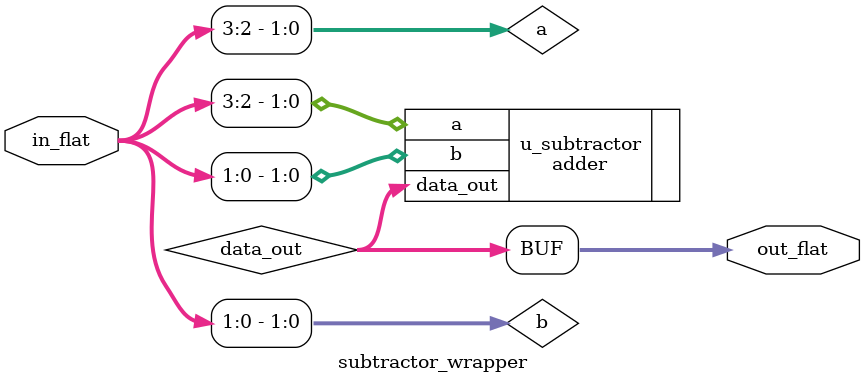
<source format=sv>
`include "adder.sv"

module subtractor_wrapper (
    input  wire [3:0] in_flat,
    output wire [2:0] out_flat
);

  // Slice `in_flat` into original inputs
  wire [1:0] a = in_flat[3:2];
  wire [1:0] b = in_flat[1:0];

  // Wires to capture original module outputs
  wire [2:0] data_out;

  // Instantiate the original module
  adder u_subtractor (
    .a(a),
    .b(b),
    .data_out(data_out)
  );

  // Pack original outputs into `out_flat`
  assign out_flat[2:0] = data_out;

endmodule  // adder_wrapper
</source>
